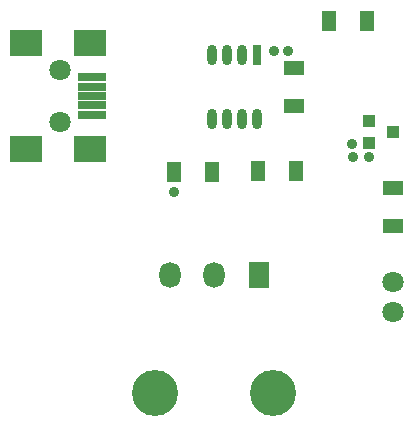
<source format=gts>
G04*
G04 #@! TF.GenerationSoftware,Altium Limited,Altium Designer,23.10.1 (27)*
G04*
G04 Layer_Color=8388736*
%FSLAX44Y44*%
%MOMM*%
G71*
G04*
G04 #@! TF.SameCoordinates,0AC736BD-E267-4969-BD77-996DE068DD07*
G04*
G04*
G04 #@! TF.FilePolarity,Negative*
G04*
G01*
G75*
%ADD19R,2.4532X0.7032*%
%ADD20R,2.7032X2.2032*%
%ADD21R,1.2032X1.8032*%
%ADD22R,1.1032X1.0032*%
%ADD23R,1.8032X1.2032*%
%ADD24O,0.8032X1.7532*%
%ADD25R,0.8032X1.7532*%
%ADD26C,1.8032*%
%ADD27C,3.9032*%
%ADD28O,1.8032X2.2032*%
%ADD29R,1.8032X2.2032*%
%ADD30C,0.9032*%
D19*
X74030Y-111400D02*
D03*
Y-103400D02*
D03*
Y-95400D02*
D03*
Y-87400D02*
D03*
Y-79400D02*
D03*
D20*
X72780Y-50900D02*
D03*
X18280D02*
D03*
X72780Y-139900D02*
D03*
X18280D02*
D03*
D21*
X247000Y-159000D02*
D03*
X215000D02*
D03*
X275340Y-31750D02*
D03*
X307340D02*
D03*
X176000Y-160000D02*
D03*
X144000D02*
D03*
D22*
X308770Y-116230D02*
D03*
Y-135230D02*
D03*
X328770Y-125730D02*
D03*
D23*
X245110Y-103630D02*
D03*
Y-71630D02*
D03*
X328930Y-205230D02*
D03*
Y-173230D02*
D03*
D24*
X175993Y-114960D02*
D03*
X188692D02*
D03*
X201392D02*
D03*
X214093D02*
D03*
X175993Y-60960D02*
D03*
X188692D02*
D03*
X201392D02*
D03*
D25*
X214093D02*
D03*
D26*
X47280Y-73400D02*
D03*
Y-117400D02*
D03*
X328930Y-278130D02*
D03*
Y-252730D02*
D03*
D27*
X127800Y-346710D02*
D03*
X227800D02*
D03*
D28*
X140300Y-246710D02*
D03*
X177800D02*
D03*
D29*
X215300D02*
D03*
D30*
X144000Y-177000D02*
D03*
X295000Y-147000D02*
D03*
X308610Y-147320D02*
D03*
X294640Y-135890D02*
D03*
X240030Y-57150D02*
D03*
X228600D02*
D03*
M02*

</source>
